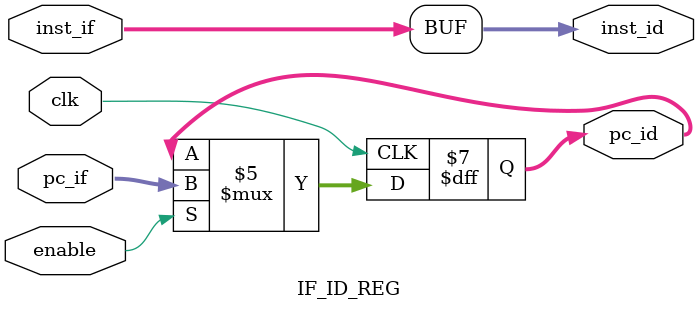
<source format=sv>
`ifndef IF_ID_REG_GUARD
`define IF_ID_REG_GUARD
module IF_ID_REG #(parameter DATA_SIZE = 32, parameter ADDR_SIZE = 10) (
    input clk,
    input enable,
    input [ADDR_SIZE-1+2:0] pc_if,
    input [DATA_SIZE-1:0] inst_if,
    output reg [ADDR_SIZE-1+2:0] pc_id,
    output [DATA_SIZE-1:0] inst_id
);

initial begin
    pc_id = 0;
end

always @(posedge clk) begin
    if(enable == 1) begin
        pc_id <= pc_if;
    end else begin
        pc_id <= pc_id;
    end
end

assign inst_id = inst_if;

endmodule

`endif
</source>
